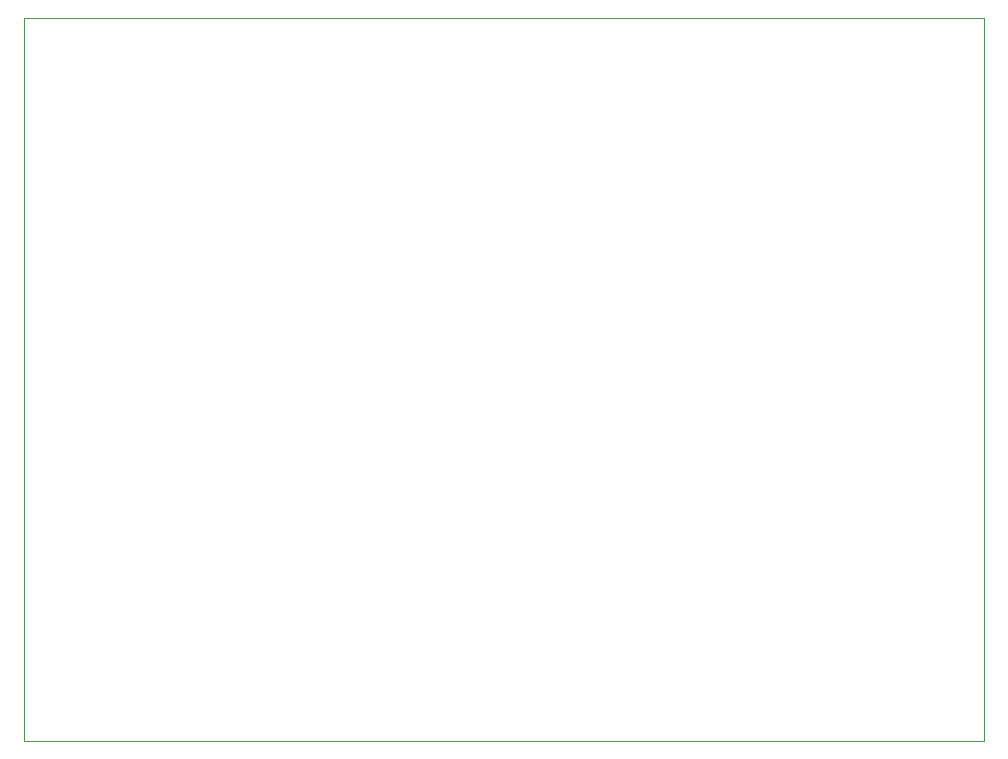
<source format=gbr>
G04 Generated by Ultiboard 14.2 *
%FSLAX25Y25*%
%MOIN*%

%ADD10C,0.00001*%
%ADD11C,0.00004*%


G04 ColorRGB 00FFFF for the following layer *
%LNBoard Outline*%
%LPD*%
G54D10*
G54D11*
X998Y0D02*
X321000Y0D01*
X321000Y241000D01*
X998Y241000D01*
X998Y0D01*
X998Y0D02*
X321000Y0D01*
X321000Y241000D01*
X998Y241000D01*
X998Y0D01*

M02*

</source>
